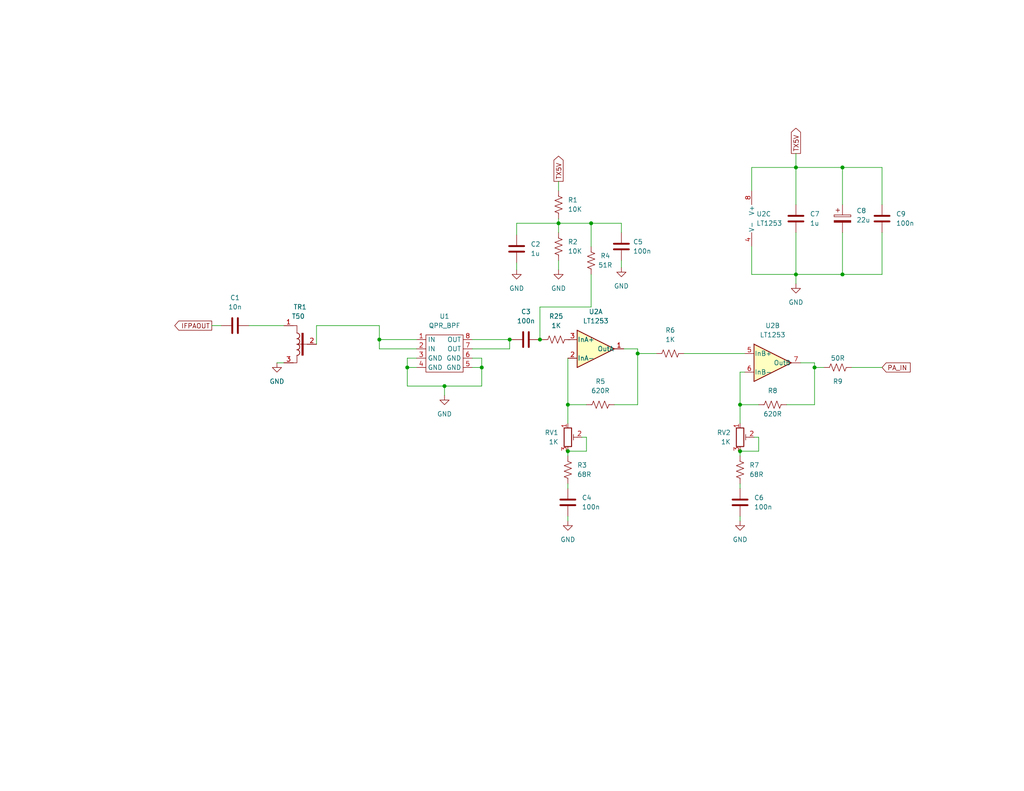
<source format=kicad_sch>
(kicad_sch (version 20211123) (generator eeschema)
  (paper "A")
  (title_block (title "Phoenix 612: RF AMP") (date "2022-08-31") (rev "0.1a") (company "DATER (Dave Peter)"))
  (lib_symbols
    (symbol "Custom_RF:LT1253" (pin_names (offset 0.127))
      (property "Reference" "U" (at 2.54 6.35 0))
      (property "Value" "LT1253" (at 1.27 -6.35 0))
      (symbol "LT1253_1_1"
        (polyline (pts (xy -5.08 5.08) (xy 5.08 0) (xy -5.08 -5.08) (xy -5.08 5.08)) (stroke (width 0.254)) (fill (type background)))
        (pin output line (at 7.62 0 180) (length 2.54) (name "OutA") (number "1"))
        (pin input line (at -7.62 -2.54 0) (length 2.54) (name "InA-") (number "2"))
        (pin input line (at -7.62 2.54 0) (length 2.54) (name "InA+") (number "3"))
      )
      (symbol "LT1253_2_1"
        (polyline (pts (xy -5.08 5.08) (xy 5.08 0) (xy -5.08 -5.08) (xy -5.08 5.08)) (stroke (width 0.254)) (fill (type background)))
        (pin input line (at -7.62 2.54 0) (length 2.54) (name "InB+") (number "5"))
        (pin input line (at -7.62 -2.54 0) (length 2.54) (name "InB-") (number "6"))
        (pin output line (at 7.62 0 180) (length 2.54) (name "OutB") (number "7"))
      )
      (symbol "LT1253_3_1"
        (pin power_in line (at -2.54 -7.62 90) (length 3.81) (name "V-") (number "4"))
        (pin power_in line (at -2.54 7.62 270) (length 3.81) (name "V+") (number "8"))
      )
    )
    (symbol "Custom_RF:QPR_Filter"
      (property "Reference" "U" (at 0 7.62 0))
      (property "Value" "QPR_Filter" (at 0 -7.62 0))
      (symbol "QPR_Filter_0_1"
        (rectangle (start -5.08 5.08) (end 5.08 -5.08))
      )
      (symbol "QPR_Filter_1_1"
        (pin bidirectional line (at -7.62 3.81 0) (length 2.54) (name "IN") (number "1"))
        (pin bidirectional line (at -7.62 1.27 0) (length 2.54) (name "IN") (number "2"))
        (pin power_in line (at -7.62 -1.27 0) (length 2.54) (name "GND") (number "3"))
        (pin power_in line (at -7.62 -3.81 0) (length 2.54) (name "GND") (number "4"))
        (pin power_in line (at 7.62 -3.81 180) (length 2.54) (name "GND") (number "5"))
        (pin power_in line (at 7.62 -1.27 180) (length 2.54) (name "GND") (number "6"))
        (pin bidirectional line (at 7.62 1.27 180) (length 2.54) (name "OUT") (number "7"))
        (pin bidirectional line (at 7.62 3.81 180) (length 2.54) (name "OUT") (number "8"))
      )
    )
    (symbol "Custom_RF:T50 " (pin_names (offset 0))
      (property "Reference" "TR" (at 0 6.35 0))
      (property "Value" "T50 " (at 0 -6.35 0))
      (symbol "T50 _0_1"
        (arc (start -1.524 -3.048) (mid -0.762 -2.286) (end -1.524 -1.524) (stroke (width 0.2032)))
        (arc (start -1.524 -1.524) (mid -0.762 -0.762) (end -1.524 0) (stroke (width 0.2032)))
        (arc (start -1.524 0) (mid -0.762 0.762) (end -1.524 1.524) (stroke (width 0.2032)))
        (arc (start -1.524 1.524) (mid -0.762 2.286) (end -1.524 3.048) (stroke (width 0.2032)))
        (rectangle (start -0.254 3.048) (end 0.254 -3.048) (stroke (width 0.0254)) (fill (type outline)))
        (polyline (pts (xy -1.524 0) (xy 1.27 0) (xy -1.27 0)) (fill (type outline)))
        (polyline (pts (xy -2.54 5.08) (xy -1.524 5.08) (xy -1.524 3.048) (xy -1.524 3.048)) (stroke (width 0.1524)))
        (polyline (pts (xy -1.524 -3.048) (xy -1.524 -5.08) (xy -2.54 -5.08) (xy -2.54 -5.08)) (stroke (width 0.1524)))
      )
      (symbol "T50 _1_1"
        (pin passive line (at -5.08 5.08 0) (length 2.54) (name "~") (number "1"))
        (pin passive line (at 3.81 0 180) (length 2.54) (name "~") (number "2"))
        (pin passive line (at -5.08 -5.08 0) (length 2.54) (name "~") (number "3"))
      )
    )
    (symbol "Device:C" (pin_numbers hide) (pin_names (offset 0.254))
      (property "Reference" "C" (at 0.635 2.54 0))
      (property "Value" "C" (at 0.635 -2.54 0))
      (symbol "C_0_1"
        (polyline (pts (xy -2.032 -0.762) (xy 2.032 -0.762)) (stroke (width 0.508)))
        (polyline (pts (xy -2.032 0.762) (xy 2.032 0.762)) (stroke (width 0.508)))
      )
      (symbol "C_1_1"
        (pin passive line (at 0 3.81 270) (length 2.794) (name "~") (number "1"))
        (pin passive line (at 0 -3.81 90) (length 2.794) (name "~") (number "2"))
      )
    )
    (symbol "Device:C_Polarized" (pin_numbers hide) (pin_names (offset 0.254))
      (property "Reference" "C" (at 0.635 2.54 0))
      (property "Value" "C_Polarized" (at 0.635 -2.54 0))
      (symbol "C_Polarized_0_1"
        (rectangle (start -2.286 0.508) (end 2.286 1.016))
        (polyline (pts (xy -1.778 2.286) (xy -0.762 2.286)))
        (polyline (pts (xy -1.27 2.794) (xy -1.27 1.778)))
        (rectangle (start 2.286 -0.508) (end -2.286 -1.016) (fill (type outline)))
      )
      (symbol "C_Polarized_1_1"
        (pin passive line (at 0 3.81 270) (length 2.794) (name "~") (number "1"))
        (pin passive line (at 0 -3.81 90) (length 2.794) (name "~") (number "2"))
      )
    )
    (symbol "Device:R_Potentiometer_Trim" (pin_names (offset 1.016) hide)
      (property "Reference" "RV" (at -4.445 0 90))
      (property "Value" "R_Potentiometer_Trim" (at -2.54 0 90))
      (symbol "R_Potentiometer_Trim_0_1"
        (polyline (pts (xy 1.524 0.762) (xy 1.524 -0.762)))
        (polyline (pts (xy 2.54 0) (xy 1.524 0)))
        (rectangle (start 1.016 2.54) (end -1.016 -2.54) (stroke (width 0.254)))
      )
      (symbol "R_Potentiometer_Trim_1_1"
        (pin passive line (at 0 3.81 270) (length 1.27) (name "1") (number "1"))
        (pin passive line (at 3.81 0 180) (length 1.27) (name "2") (number "2"))
        (pin passive line (at 0 -3.81 90) (length 1.27) (name "3") (number "3"))
      )
    )
    (symbol "Device:R_US" (pin_numbers hide) (pin_names (offset 0))
      (property "Reference" "R" (at 2.54 0 90))
      (property "Value" "R_US" (at -2.54 0 90))
      (symbol "R_US_0_1"
        (polyline (pts (xy 0 -2.286) (xy 0 -2.54)))
        (polyline (pts (xy 0 2.286) (xy 0 2.54)))
        (polyline (pts (xy 0 -0.762) (xy 1.016 -1.143) (xy 0 -1.524) (xy -1.016 -1.905) (xy 0 -2.286)))
        (polyline (pts (xy 0 0.762) (xy 1.016 0.381) (xy 0 0) (xy -1.016 -0.381) (xy 0 -0.762)))
        (polyline (pts (xy 0 2.286) (xy 1.016 1.905) (xy 0 1.524) (xy -1.016 1.143) (xy 0 0.762)))
      )
      (symbol "R_US_1_1"
        (pin passive line (at 0 3.81 270) (length 1.27) (name "~") (number "1"))
        (pin passive line (at 0 -3.81 90) (length 1.27) (name "~") (number "2"))
      )
    )
    (symbol "power:GND" (power) (pin_names (offset 0))
      (property "Value" "GND" (at 0 -3.81 0))
      (symbol "GND_0_1"
        (polyline (pts (xy 0 0) (xy 0 -1.27) (xy 1.27 -1.27) (xy 0 -2.54) (xy -1.27 -1.27) (xy 0 -1.27)))
      )
      (symbol "GND_1_1"
        (pin power_in line (at 0 0 270) (length 0) hide (name "GND") (number "1"))
      )
    )
  )
  (junction (at 152.4 60.96))
  (junction (at 217.17 74.93))
  (junction (at 229.87 74.93))
  (junction (at 121.285 105.41))
  (junction (at 161.29 60.96))
  (junction (at 103.505 92.71))
  (junction (at 201.93 110.49))
  (junction (at 154.94 110.49))
  (junction (at 229.87 45.72))
  (junction (at 217.17 45.72))
  (junction (at 154.94 123.19))
  (junction (at 147.32 92.71))
  (junction (at 201.93 123.19))
  (junction (at 111.125 100.33))
  (junction (at 222.25 100.33))
  (junction (at 173.99 96.52))
  (junction (at 131.445 100.33))
  (junction (at 139.065 92.71))
  (wire (pts (xy 103.505 95.25) (xy 113.665 95.25)))
  (wire (pts (xy 205.105 74.93) (xy 217.17 74.93)))
  (wire (pts (xy 201.93 110.49) (xy 201.93 115.57)))
  (wire (pts (xy 152.4 71.12) (xy 152.4 73.66)))
  (wire (pts (xy 128.905 95.25) (xy 139.065 95.25)))
  (wire (pts (xy 152.4 59.69) (xy 152.4 60.96)))
  (wire (pts (xy 152.4 60.96) (xy 161.29 60.96)))
  (wire (pts (xy 169.545 73.025) (xy 169.545 71.12)))
  (wire (pts (xy 229.87 63.5) (xy 229.87 74.93)))
  (wire (pts (xy 201.93 132.08) (xy 201.93 133.35)))
  (wire (pts (xy 161.29 60.96) (xy 161.29 67.31)))
  (wire (pts (xy 203.2 101.6) (xy 201.93 101.6)))
  (wire (pts (xy 167.64 110.49) (xy 173.99 110.49)))
  (wire (pts (xy 139.065 92.71) (xy 139.065 95.25)))
  (wire (pts (xy 170.18 95.25) (xy 173.99 95.25)))
  (wire (pts (xy 229.87 74.93) (xy 240.665 74.93)))
  (wire (pts (xy 217.17 41.91) (xy 217.17 45.72)))
  (wire (pts (xy 169.545 60.96) (xy 161.29 60.96)))
  (wire (pts (xy 75.565 99.06) (xy 77.47 99.06)))
  (wire (pts (xy 160.02 119.38) (xy 160.02 123.19)))
  (wire (pts (xy 217.17 45.72) (xy 229.87 45.72)))
  (wire (pts (xy 128.905 100.33) (xy 131.445 100.33)))
  (wire (pts (xy 128.905 97.79) (xy 131.445 97.79)))
  (wire (pts (xy 155.575 92.71) (xy 154.94 92.71)))
  (wire (pts (xy 147.32 83.82) (xy 147.32 92.71)))
  (wire (pts (xy 154.94 132.08) (xy 154.94 133.35)))
  (wire (pts (xy 103.505 95.25) (xy 103.505 92.71)))
  (wire (pts (xy 161.29 83.82) (xy 147.32 83.82)))
  (wire (pts (xy 201.93 140.97) (xy 201.93 142.24)))
  (wire (pts (xy 217.17 63.5) (xy 217.17 74.93)))
  (wire (pts (xy 152.4 49.53) (xy 152.4 52.07)))
  (wire (pts (xy 147.32 92.71) (xy 147.955 92.71)))
  (wire (pts (xy 217.17 74.93) (xy 229.87 74.93)))
  (wire (pts (xy 140.97 73.66) (xy 140.97 71.755)))
  (wire (pts (xy 131.445 97.79) (xy 131.445 100.33)))
  (wire (pts (xy 169.545 60.96) (xy 169.545 63.5)))
  (wire (pts (xy 240.665 45.72) (xy 240.665 55.88)))
  (wire (pts (xy 222.25 100.33) (xy 224.79 100.33)))
  (wire (pts (xy 218.44 99.06) (xy 222.25 99.06)))
  (wire (pts (xy 217.17 74.93) (xy 217.17 77.47)))
  (wire (pts (xy 173.99 96.52) (xy 173.99 110.49)))
  (wire (pts (xy 57.785 88.9) (xy 60.325 88.9)))
  (wire (pts (xy 217.17 45.72) (xy 205.105 45.72)))
  (wire (pts (xy 205.105 67.31) (xy 205.105 74.93)))
  (wire (pts (xy 121.285 105.41) (xy 131.445 105.41)))
  (wire (pts (xy 152.4 60.96) (xy 152.4 63.5)))
  (wire (pts (xy 111.125 100.33) (xy 113.665 100.33)))
  (wire (pts (xy 205.74 119.38) (xy 207.01 119.38)))
  (wire (pts (xy 111.125 97.79) (xy 111.125 100.33)))
  (wire (pts (xy 201.93 123.19) (xy 207.01 123.19)))
  (wire (pts (xy 158.75 119.38) (xy 160.02 119.38)))
  (wire (pts (xy 214.63 110.49) (xy 222.25 110.49)))
  (wire (pts (xy 240.665 74.93) (xy 240.665 63.5)))
  (wire (pts (xy 173.99 96.52) (xy 179.07 96.52)))
  (wire (pts (xy 152.4 60.96) (xy 140.97 60.96)))
  (wire (pts (xy 222.25 100.33) (xy 222.25 110.49)))
  (wire (pts (xy 161.29 74.93) (xy 161.29 83.82)))
  (wire (pts (xy 217.17 45.72) (xy 217.17 55.88)))
  (wire (pts (xy 154.94 140.97) (xy 154.94 142.24)))
  (wire (pts (xy 111.125 100.33) (xy 111.125 105.41)))
  (wire (pts (xy 67.945 88.9) (xy 77.47 88.9)))
  (wire (pts (xy 139.065 92.71) (xy 139.7 92.71)))
  (wire (pts (xy 201.93 110.49) (xy 207.01 110.49)))
  (wire (pts (xy 154.94 123.19) (xy 160.02 123.19)))
  (wire (pts (xy 154.94 97.79) (xy 154.94 110.49)))
  (wire (pts (xy 229.87 45.72) (xy 229.87 55.88)))
  (wire (pts (xy 201.93 123.19) (xy 201.93 124.46)))
  (wire (pts (xy 154.94 110.49) (xy 154.94 115.57)))
  (wire (pts (xy 173.99 95.25) (xy 173.99 96.52)))
  (wire (pts (xy 222.25 99.06) (xy 222.25 100.33)))
  (wire (pts (xy 121.285 105.41) (xy 121.285 107.95)))
  (wire (pts (xy 154.94 123.19) (xy 154.94 124.46)))
  (wire (pts (xy 113.665 97.79) (xy 111.125 97.79)))
  (wire (pts (xy 140.97 60.96) (xy 140.97 64.135)))
  (wire (pts (xy 201.93 101.6) (xy 201.93 110.49)))
  (wire (pts (xy 186.69 96.52) (xy 203.2 96.52)))
  (wire (pts (xy 103.505 88.9) (xy 103.505 92.71)))
  (wire (pts (xy 111.125 105.41) (xy 121.285 105.41)))
  (wire (pts (xy 128.905 92.71) (xy 139.065 92.71)))
  (wire (pts (xy 207.01 119.38) (xy 207.01 123.19)))
  (wire (pts (xy 103.505 92.71) (xy 113.665 92.71)))
  (wire (pts (xy 86.36 88.9) (xy 103.505 88.9)))
  (wire (pts (xy 86.36 88.9) (xy 86.36 93.98)))
  (wire (pts (xy 131.445 105.41) (xy 131.445 100.33)))
  (wire (pts (xy 240.665 100.33) (xy 232.41 100.33)))
  (wire (pts (xy 205.105 45.72) (xy 205.105 52.07)))
  (wire (pts (xy 154.94 110.49) (xy 160.02 110.49)))
  (wire (pts (xy 229.87 45.72) (xy 240.665 45.72)))
  (global_label "PA_IN" (shape input) (at 240.665 100.33 0) (property "Intersheet References" "${INTERSHEET_REFS}" (effects hide)))
  (global_label "TX5V" (shape output) (at 152.4 49.53 90) (property "Intersheet References" "${INTERSHEET_REFS}" (effects hide)))
  (global_label "TX5V" (shape output) (at 217.17 41.91 90) (property "Intersheet References" "${INTERSHEET_REFS}" (effects hide)))
  (global_label "IFPAOUT" (shape output) (at 57.785 88.9 180) (property "Intersheet References" "${INTERSHEET_REFS}" (effects hide)))
  (symbol (lib_id "Device:R_US") (at 163.83 110.49 90) (unit 1)
    (property "Reference" "R5" (at 163.83 104.14 90))
    (property "Value" "620R" (at 163.83 106.68 90))
    (property "Footprint" "Resistor_SMD:R_1206_3216Metric" (effects hide))
  )
  (symbol (lib_id "power:GND") (at 154.94 142.24 0) (unit 1)
    (property "Reference" "#PWR05" (effects hide))
    (property "Value" "GND" (at 154.94 147.32 0))
  )
  (symbol (lib_id "Device:R_US") (at 154.94 128.27 0) (unit 1)
    (property "Reference" "R3" (at 157.48 126.9999 0) (effects (justify left)))
    (property "Value" "68R" (at 157.48 129.5399 0) (effects (justify left)))
    (property "Footprint" "Resistor_SMD:R_1206_3216Metric" (effects hide))
  )
  (symbol (lib_id "power:GND") (at 75.565 99.06 0) (unit 1)
    (property "Reference" "#PWR01" (effects hide))
    (property "Value" "GND" (at 75.565 104.14 0))
  )
  (symbol (lib_id "Device:C") (at 201.93 137.16 0) (unit 1)
    (property "Reference" "C6" (at 205.74 135.8899 0) (effects (justify left)))
    (property "Value" "100n" (at 205.74 138.4299 0) (effects (justify left)))
    (property "Footprint" "Capacitor_SMD:C_1206_3216Metric" (effects hide))
  )
  (symbol (lib_id "Device:R_US") (at 201.93 128.27 0) (unit 1)
    (property "Reference" "R7" (at 204.47 126.9999 0) (effects (justify left)))
    (property "Value" "68R" (at 204.47 129.5399 0) (effects (justify left)))
    (property "Footprint" "Resistor_SMD:R_1206_3216Metric" (effects hide))
  )
  (symbol (lib_id "power:GND") (at 217.17 77.47 0) (unit 1)
    (property "Reference" "#PWR08" (effects hide))
    (property "Value" "GND" (at 217.17 82.55 0))
  )
  (symbol (lib_id "Device:C") (at 140.97 67.945 0) (unit 1)
    (property "Reference" "C2" (at 144.78 66.6749 0) (effects (justify left)))
    (property "Value" "1u" (at 144.78 69.2149 0) (effects (justify left)))
    (property "Footprint" "Capacitor_SMD:C_1206_3216Metric" (effects hide))
  )
  (symbol (lib_id "Device:R_US") (at 152.4 67.31 0) (unit 1)
    (property "Reference" "R2" (at 154.94 66.0399 0) (effects (justify left)))
    (property "Value" "10K" (at 154.94 68.5799 0) (effects (justify left)))
    (property "Footprint" "Resistor_SMD:R_1206_3216Metric" (effects hide))
  )
  (symbol (lib_id "Device:R_Potentiometer_Trim") (at 201.93 119.38 0) (unit 1)
    (property "Reference" "RV2" (at 199.39 118.1099 0) (effects (justify right)))
    (property "Value" "1K" (at 199.39 120.6499 0) (effects (justify right)))
    (property "Footprint" "Potentiometer_THT:Potentiometer_Bourns_3296W_Vertical" (effects hide))
  )
  (symbol (lib_id "Device:R_US") (at 210.82 110.49 270) (unit 1)
    (property "Reference" "R8" (at 210.82 106.68 90))
    (property "Value" "620R" (at 210.82 113.03 90))
    (property "Footprint" "Resistor_SMD:R_1206_3216Metric" (effects hide))
  )
  (symbol (lib_id "power:GND") (at 140.97 73.66 0) (unit 1)
    (property "Reference" "#PWR03" (effects hide))
    (property "Value" "GND" (at 140.97 78.74 0))
  )
  (symbol (lib_id "Custom_RF:QPR_Filter") (at 121.285 96.52 0) (unit 1)
    (property "Reference" "U1" (at 121.285 86.36 0))
    (property "Value" "QPR_BPF" (at 121.285 88.9 0))
    (property "Footprint" "Custom_RF:QRPLabs_Filter_TH" (effects hide))
    (property "Datasheet" "https://www.qrp-labs.com/lpfkit.html" (effects hide))
  )
  (symbol (lib_id "power:GND") (at 169.545 73.025 0) (unit 1)
    (property "Reference" "#PWR06" (effects hide))
    (property "Value" "GND" (at 169.545 78.105 0))
  )
  (symbol (lib_id "Device:C") (at 240.665 59.69 0) (unit 1)
    (property "Reference" "C9" (at 244.475 58.4199 0) (effects (justify left)))
    (property "Value" "100n" (at 244.475 60.9599 0) (effects (justify left)))
    (property "Footprint" "Capacitor_SMD:C_1206_3216Metric" (effects hide))
  )
  (symbol (lib_id "Device:R_US") (at 152.4 55.88 0) (unit 1)
    (property "Reference" "R1" (at 154.94 54.6099 0) (effects (justify left)))
    (property "Value" "10K" (at 154.94 57.1499 0) (effects (justify left)))
    (property "Footprint" "Resistor_SMD:R_1206_3216Metric" (effects hide))
  )
  (symbol (lib_id "Device:C") (at 169.545 67.31 0) (unit 1)
    (property "Reference" "C5" (at 172.72 66.0399 0) (effects (justify left)))
    (property "Value" "100n" (at 172.72 68.5799 0) (effects (justify left)))
    (property "Footprint" "Capacitor_SMD:C_1206_3216Metric" (effects hide))
  )
  (symbol (lib_id "Custom_RF:LT1253") (at 210.82 99.06 0) (unit 2)
    (property "Reference" "U2" (at 210.82 88.9 0))
    (property "Value" "LT1253" (at 210.82 91.44 0))
    (property "Footprint" "Package_DIP:DIP-8_W7.62mm" (effects hide))
    (property "Datasheet" "https://www.analog.com/media/en/technical-documentation/data-sheets/lt1253.pdf" (effects hide))
  )
  (symbol (lib_id "Custom_RF:LT1253") (at 162.56 95.25 0) (unit 1)
    (property "Reference" "U2" (at 162.56 85.09 0))
    (property "Value" "LT1253" (at 162.56 87.63 0))
    (property "Footprint" "Package_DIP:DIP-8_W7.62mm" (effects hide))
    (property "Datasheet" "https://www.analog.com/media/en/technical-documentation/data-sheets/lt1253.pdf" (effects hide))
  )
  (symbol (lib_id "Device:C") (at 217.17 59.69 0) (unit 1)
    (property "Reference" "C7" (at 220.98 58.4199 0) (effects (justify left)))
    (property "Value" "1u" (at 220.98 60.9599 0) (effects (justify left)))
    (property "Footprint" "Capacitor_SMD:C_1206_3216Metric" (effects hide))
  )
  (symbol (lib_id "Device:C") (at 154.94 137.16 0) (unit 1)
    (property "Reference" "C4" (at 158.75 135.8899 0) (effects (justify left)))
    (property "Value" "100n" (at 158.75 138.4299 0) (effects (justify left)))
    (property "Footprint" "Capacitor_SMD:C_1206_3216Metric" (effects hide))
  )
  (symbol (lib_id "power:GND") (at 152.4 73.66 0) (unit 1)
    (property "Reference" "#PWR04" (effects hide))
    (property "Value" "GND" (at 152.4 78.74 0))
  )
  (symbol (lib_id "Device:C") (at 64.135 88.9 90) (unit 1)
    (property "Reference" "C1" (at 64.135 81.28 90))
    (property "Value" "10n" (at 64.135 83.82 90))
    (property "Footprint" "Capacitor_SMD:C_1206_3216Metric" (effects hide))
  )
  (symbol (lib_id "Device:R_US") (at 161.29 71.12 180) (unit 1)
    (property "Reference" "R4" (at 163.83 69.85 0) (effects (justify right)))
    (property "Value" "51R" (at 163.195 72.39 0) (effects (justify right)))
    (property "Footprint" "Resistor_SMD:R_1206_3216Metric" (effects hide))
  )
  (symbol (lib_id "Device:R_US") (at 151.765 92.71 90) (unit 1)
    (property "Reference" "R25" (at 151.765 86.36 90))
    (property "Value" "1K" (at 151.765 88.9 90))
    (property "Footprint" "Resistor_SMD:R_1206_3216Metric" (effects hide))
  )
  (symbol (lib_id "Custom_RF:LT1253") (at 207.645 59.69 0) (unit 3)
    (property "Reference" "U2" (at 206.375 58.4199 0) (effects (justify left)))
    (property "Value" "LT1253" (at 206.375 60.9599 0) (effects (justify left)))
    (property "Footprint" "Package_DIP:DIP-8_W7.62mm" (effects hide))
    (property "Datasheet" "https://www.analog.com/media/en/technical-documentation/data-sheets/lt1253.pdf" (effects hide))
  )
  (symbol (lib_id "Device:R_US") (at 182.88 96.52 90) (unit 1)
    (property "Reference" "R6" (at 182.88 90.17 90))
    (property "Value" "1K" (at 182.88 92.71 90))
    (property "Footprint" "Resistor_SMD:R_1206_3216Metric" (effects hide))
  )
  (symbol (lib_id "Device:R_US") (at 228.6 100.33 90) (unit 1)
    (property "Reference" "R9" (at 228.6 104.14 90))
    (property "Value" "50R" (at 228.6 97.79 90))
    (property "Footprint" "Resistor_SMD:R_1206_3216Metric" (effects hide))
  )
  (symbol (lib_id "Device:R_Potentiometer_Trim") (at 154.94 119.38 0) (unit 1)
    (property "Reference" "RV1" (at 152.4 118.1099 0) (effects (justify right)))
    (property "Value" "1K" (at 152.4 120.6499 0) (effects (justify right)))
    (property "Footprint" "Potentiometer_THT:Potentiometer_Bourns_3296W_Vertical" (effects hide))
  )
  (symbol (lib_id "Device:C") (at 143.51 92.71 90) (unit 1)
    (property "Reference" "C3" (at 143.51 85.09 90))
    (property "Value" "100n" (at 143.51 87.63 90))
    (property "Footprint" "Capacitor_SMD:C_1206_3216Metric" (effects hide))
  )
  (symbol (lib_id "Device:C_Polarized") (at 229.87 59.69 0) (unit 1)
    (property "Reference" "C8" (at 233.68 57.5309 0) (effects (justify left)))
    (property "Value" "22u" (at 233.68 60.0709 0) (effects (justify left)))
    (property "Footprint" "Capacitor_THT:CP_Radial_D8.0mm_P2.50mm" (effects hide))
  )
  (symbol (lib_id "power:GND") (at 201.93 142.24 0) (unit 1)
    (property "Reference" "#PWR07" (effects hide))
    (property "Value" "GND" (at 201.93 147.32 0))
  )
  (symbol (lib_id "power:GND") (at 121.285 107.95 0) (unit 1)
    (property "Reference" "#PWR02" (effects hide))
    (property "Value" "GND" (at 121.285 113.03 0))
  )
  (symbol (lib_id "Custom_RF:T50 ") (at 82.55 93.98 0) (unit 1)
    (property "Reference" "TR1" (at 81.8769 83.82 0))
    (property "Value" "T50 " (at 81.8769 86.36 0))
    (property "Footprint" "Custom_RF:T50-1Tap-Close" (effects hide))
  )
)
</source>
